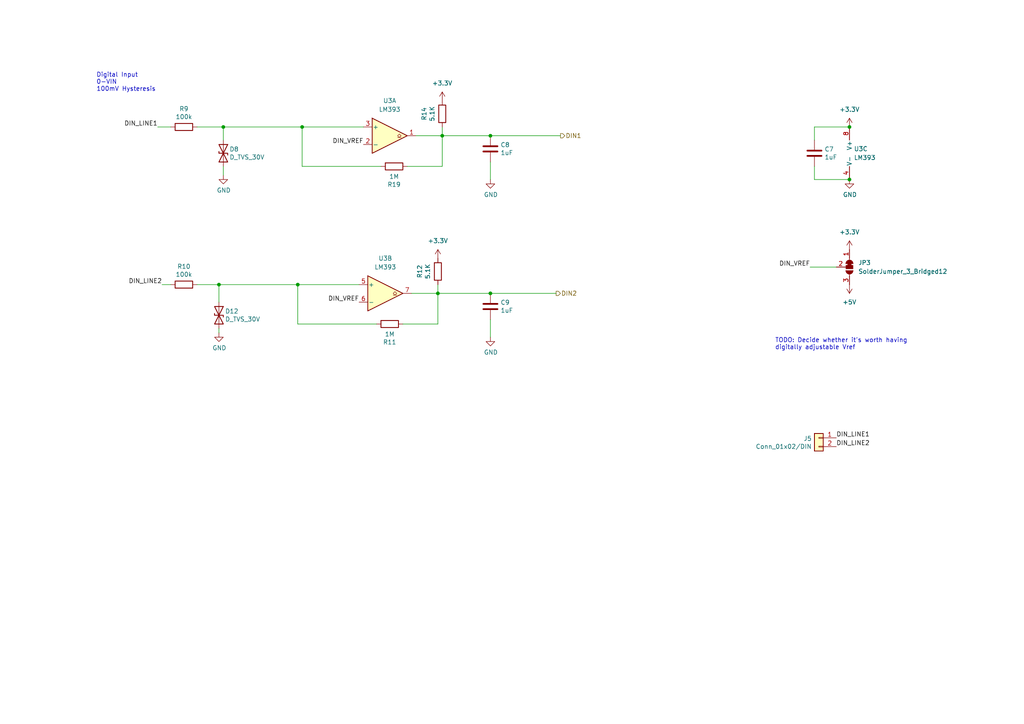
<source format=kicad_sch>
(kicad_sch (version 20230121) (generator eeschema)
  (paper "A4")
  (lib_symbols
    (symbol "Comparator:LM393" (pin_names (offset 0.127))
      (property "Reference" "U" (at 3.81 3.81 0))
      (property "Value" "LM393" (at 6.35 -3.81 0))
      (symbol "LM393_1_1"
        (polyline (pts (xy -5.08 5.08) (xy 5.08 0) (xy -5.08 -5.08) (xy -5.08 5.08)) (stroke (width 0.254)) (fill (type background)))
        (polyline (pts (xy 3.302 -0.508) (xy 2.794 -0.508) (xy 3.302 0) (xy 2.794 0.508) (xy 2.286 0) (xy 2.794 -0.508) (xy 2.286 -0.508)) (stroke (width 0.127)))
        (pin open_collector line (at 7.62 0 180) (length 2.54) (name "~") (number "1"))
        (pin input line (at -7.62 -2.54 0) (length 2.54) (name "-") (number "2"))
        (pin input line (at -7.62 2.54 0) (length 2.54) (name "+") (number "3"))
      )
      (symbol "LM393_2_1"
        (polyline (pts (xy -5.08 5.08) (xy 5.08 0) (xy -5.08 -5.08) (xy -5.08 5.08)) (stroke (width 0.254)) (fill (type background)))
        (polyline (pts (xy 3.302 -0.508) (xy 2.794 -0.508) (xy 3.302 0) (xy 2.794 0.508) (xy 2.286 0) (xy 2.794 -0.508) (xy 2.286 -0.508)) (stroke (width 0.127)))
        (pin input line (at -7.62 2.54 0) (length 2.54) (name "+") (number "5"))
        (pin input line (at -7.62 -2.54 0) (length 2.54) (name "-") (number "6"))
        (pin open_collector line (at 7.62 0 180) (length 2.54) (name "~") (number "7"))
      )
      (symbol "LM393_3_1"
        (pin power_in line (at -2.54 -7.62 90) (length 3.81) (name "V-") (number "4"))
        (pin power_in line (at -2.54 7.62 270) (length 3.81) (name "V+") (number "8"))
      )
    )
    (symbol "Connector_Generic:Conn_01x02" (pin_names (offset 1.016) hide)
      (property "Reference" "J" (at 0 2.54 0))
      (property "Value" "Conn_01x02" (at 0 -5.08 0))
      (symbol "Conn_01x02_1_1"
        (rectangle (start -1.27 -2.413) (end 0 -2.667) (stroke (width 0.1524)))
        (rectangle (start -1.27 0.127) (end 0 -0.127) (stroke (width 0.1524)))
        (rectangle (start -1.27 1.27) (end 1.27 -3.81) (stroke (width 0.254)) (fill (type background)))
        (pin passive line (at -5.08 0 0) (length 3.81) (name "Pin_1") (number "1"))
        (pin passive line (at -5.08 -2.54 0) (length 3.81) (name "Pin_2") (number "2"))
      )
    )
    (symbol "Device:C" (pin_numbers hide) (pin_names (offset 0.254))
      (property "Reference" "C" (at 0.635 2.54 0))
      (property "Value" "C" (at 0.635 -2.54 0))
      (symbol "C_0_1"
        (polyline (pts (xy -2.032 -0.762) (xy 2.032 -0.762)) (stroke (width 0.508)))
        (polyline (pts (xy -2.032 0.762) (xy 2.032 0.762)) (stroke (width 0.508)))
      )
      (symbol "C_1_1"
        (pin passive line (at 0 3.81 270) (length 2.794) (name "~") (number "1"))
        (pin passive line (at 0 -3.81 90) (length 2.794) (name "~") (number "2"))
      )
    )
    (symbol "Device:D_TVS" (pin_numbers hide) (pin_names (offset 1.016) hide)
      (property "Reference" "D" (at 0 2.54 0))
      (property "Value" "D_TVS" (at 0 -2.54 0))
      (symbol "D_TVS_0_1"
        (polyline (pts (xy 1.27 0) (xy -1.27 0)))
        (polyline (pts (xy 0.508 1.27) (xy 0 1.27) (xy 0 -1.27) (xy -0.508 -1.27)) (stroke (width 0.254)))
        (polyline (pts (xy -2.54 1.27) (xy -2.54 -1.27) (xy 2.54 1.27) (xy 2.54 -1.27) (xy -2.54 1.27)) (stroke (width 0.254)))
      )
      (symbol "D_TVS_1_1"
        (pin passive line (at -3.81 0 0) (length 2.54) (name "A1") (number "1"))
        (pin passive line (at 3.81 0 180) (length 2.54) (name "A2") (number "2"))
      )
    )
    (symbol "Device:R" (pin_numbers hide) (pin_names (offset 0))
      (property "Reference" "R" (at 2.032 0 90))
      (property "Value" "R" (at 0 0 90))
      (symbol "R_0_1"
        (rectangle (start -1.016 -2.54) (end 1.016 2.54) (stroke (width 0.254)))
      )
      (symbol "R_1_1"
        (pin passive line (at 0 3.81 270) (length 1.27) (name "~") (number "1"))
        (pin passive line (at 0 -3.81 90) (length 1.27) (name "~") (number "2"))
      )
    )
    (symbol "Jumper:SolderJumper_3_Bridged12" (pin_names (offset 0) hide)
      (property "Reference" "JP" (at -2.54 -2.54 0))
      (property "Value" "SolderJumper_3_Bridged12" (at 0 2.794 0))
      (symbol "SolderJumper_3_Bridged12_0_1"
        (rectangle (start -1.016 0.508) (end -0.508 -0.508) (fill (type outline)))
        (arc (start -1.016 1.016) (mid -2.0276 0) (end -1.016 -1.016))
        (arc (start -1.016 1.016) (mid -2.0276 0) (end -1.016 -1.016) (fill (type outline)))
        (rectangle (start -0.508 1.016) (end 0.508 -1.016) (fill (type outline)))
        (polyline (pts (xy -2.54 0) (xy -2.032 0)))
        (polyline (pts (xy -1.016 1.016) (xy -1.016 -1.016)))
        (polyline (pts (xy 0 -1.27) (xy 0 -1.016)))
        (polyline (pts (xy 1.016 1.016) (xy 1.016 -1.016)))
        (polyline (pts (xy 2.54 0) (xy 2.032 0)))
        (arc (start 1.016 -1.016) (mid 2.0276 0) (end 1.016 1.016))
        (arc (start 1.016 -1.016) (mid 2.0276 0) (end 1.016 1.016) (fill (type outline)))
      )
      (symbol "SolderJumper_3_Bridged12_1_1"
        (pin passive line (at -5.08 0 0) (length 2.54) (name "A") (number "1"))
        (pin passive line (at 0 -3.81 90) (length 2.54) (name "C") (number "2"))
        (pin passive line (at 5.08 0 180) (length 2.54) (name "B") (number "3"))
      )
    )
    (symbol "power:+3.3V" (power) (pin_names (offset 0))
      (property "Value" "+3.3V" (at 0 3.556 0))
      (symbol "+3.3V_0_1"
        (polyline (pts (xy -0.762 1.27) (xy 0 2.54)))
        (polyline (pts (xy 0 0) (xy 0 2.54)))
        (polyline (pts (xy 0 2.54) (xy 0.762 1.27)))
      )
      (symbol "+3.3V_1_1"
        (pin power_in line (at 0 0 90) (length 0) hide (name "+3.3V") (number "1"))
      )
    )
    (symbol "power:+5V" (power) (pin_names (offset 0))
      (property "Value" "+5V" (at 0 3.556 0))
      (symbol "+5V_0_1"
        (polyline (pts (xy -0.762 1.27) (xy 0 2.54)))
        (polyline (pts (xy 0 0) (xy 0 2.54)))
        (polyline (pts (xy 0 2.54) (xy 0.762 1.27)))
      )
      (symbol "+5V_1_1"
        (pin power_in line (at 0 0 90) (length 0) hide (name "+5V") (number "1"))
      )
    )
    (symbol "power:GND" (power) (pin_names (offset 0))
      (property "Value" "GND" (at 0 -3.81 0))
      (symbol "GND_0_1"
        (polyline (pts (xy 0 0) (xy 0 -1.27) (xy 1.27 -1.27) (xy 0 -2.54) (xy -1.27 -1.27) (xy 0 -1.27)))
      )
      (symbol "GND_1_1"
        (pin power_in line (at 0 0 270) (length 0) hide (name "GND") (number "1"))
      )
    )
  )
  (junction (at 63.5 82.55))
  (junction (at 246.38 52.07))
  (junction (at 246.38 36.83))
  (junction (at 142.24 85.09))
  (junction (at 127 85.09))
  (junction (at 86.36 82.55))
  (junction (at 142.24 39.37))
  (junction (at 64.77 36.83))
  (junction (at 128.27 39.37))
  (junction (at 87.63 36.83))
  (wire (pts (xy 86.36 82.55) (xy 104.14 82.55)))
  (wire (pts (xy 236.22 52.07) (xy 246.38 52.07)))
  (wire (pts (xy 46.99 82.55) (xy 49.53 82.55)))
  (wire (pts (xy 87.63 48.26) (xy 87.63 36.83)))
  (wire (pts (xy 63.5 95.25) (xy 63.5 96.52)))
  (wire (pts (xy 128.27 39.37) (xy 142.24 39.37)))
  (wire (pts (xy 234.95 77.47) (xy 242.57 77.47)))
  (wire (pts (xy 236.22 36.83) (xy 246.38 36.83)))
  (wire (pts (xy 86.36 93.98) (xy 86.36 82.55)))
  (wire (pts (xy 127 93.98) (xy 127 85.09)))
  (wire (pts (xy 128.27 48.26) (xy 128.27 39.37)))
  (wire (pts (xy 236.22 40.64) (xy 236.22 36.83)))
  (wire (pts (xy 120.65 39.37) (xy 128.27 39.37)))
  (wire (pts (xy 57.15 82.55) (xy 63.5 82.55)))
  (wire (pts (xy 45.72 36.83) (xy 49.53 36.83)))
  (wire (pts (xy 57.15 36.83) (xy 64.77 36.83)))
  (wire (pts (xy 142.24 85.09) (xy 161.29 85.09)))
  (wire (pts (xy 64.77 36.83) (xy 87.63 36.83)))
  (wire (pts (xy 127 82.55) (xy 127 85.09)))
  (wire (pts (xy 64.77 48.26) (xy 64.77 50.8)))
  (wire (pts (xy 63.5 82.55) (xy 86.36 82.55)))
  (wire (pts (xy 118.11 48.26) (xy 128.27 48.26)))
  (wire (pts (xy 119.38 85.09) (xy 127 85.09)))
  (wire (pts (xy 142.24 46.99) (xy 142.24 52.07)))
  (wire (pts (xy 142.24 92.71) (xy 142.24 97.79)))
  (wire (pts (xy 142.24 39.37) (xy 162.56 39.37)))
  (wire (pts (xy 127 85.09) (xy 142.24 85.09)))
  (wire (pts (xy 116.84 93.98) (xy 127 93.98)))
  (wire (pts (xy 109.22 93.98) (xy 86.36 93.98)))
  (wire (pts (xy 110.49 48.26) (xy 87.63 48.26)))
  (wire (pts (xy 236.22 48.26) (xy 236.22 52.07)))
  (wire (pts (xy 64.77 36.83) (xy 64.77 40.64)))
  (wire (pts (xy 87.63 36.83) (xy 105.41 36.83)))
  (wire (pts (xy 63.5 82.55) (xy 63.5 87.63)))
  (wire (pts (xy 128.27 36.83) (xy 128.27 39.37)))
  (text "TODO: Decide whether it's worth having \ndigitally adjustable Vref" (at 224.79 101.6 0) (effects (font (size 1.27 1.27)) (justify left bottom)))
  (text "Digital Input\n0-VIN\n100mV Hysteresis" (at 27.94 26.67 0) (effects (font (size 1.27 1.27)) (justify left bottom)))
  (label "DIN_VREF" (at 105.41 41.91 180))
  (label "DIN_LINE2" (at 242.57 129.54 0))
  (label "DIN_VREF" (at 104.14 87.63 180))
  (label "DIN_LINE1" (at 242.57 127 0))
  (label "DIN_VREF" (at 234.95 77.47 180))
  (label "DIN_LINE2" (at 46.99 82.55 180))
  (label "DIN_LINE1" (at 45.72 36.83 180))
  (hierarchical_label "DIN1" (shape output) (at 162.56 39.37 0))
  (hierarchical_label "DIN2" (shape output) (at 161.29 85.09 0))
  (symbol (lib_id "power:GND") (at 142.24 97.79 0) (unit 1)
    (property "Reference" "#PWR036" (effects hide))
    (property "Value" "GND" (at 142.367 102.1842 0))
  )
  (symbol (lib_id "power:+3.3V") (at 246.38 36.83 0) (unit 1)
    (property "Reference" "#PWR030" (effects hide))
    (property "Value" "+3.3V" (at 246.38 31.75 0))
  )
  (symbol (lib_id "Device:R") (at 127 78.74 0) (unit 1)
    (property "Reference" "R12" (at 121.7422 78.74 90))
    (property "Value" "5.1K" (at 124.0536 78.74 90))
    (property "Footprint" "Resistor_SMD:R_0603_1608Metric" (effects hide))
    (property "LCSC" "C25803" (effects hide))
    (property "Cost" "0.0011" (effects hide))
    (property "Part" "0603WAF1003T5E" (effects hide))
  )
  (symbol (lib_id "Jumper:SolderJumper_3_Bridged12") (at 246.38 77.47 270) (unit 1)
    (property "Reference" "JP3" (at 248.92 76.2 90) (effects (justify left)))
    (property "Value" "SolderJumper_3_Bridged12" (at 248.92 78.74 90) (effects (justify left)))
    (property "Footprint" "Jumper:SolderJumper-3_P1.3mm_Bridged12_Pad1.0x1.5mm_NumberLabels" (effects hide))
  )
  (symbol (lib_id "power:+3.3V") (at 127 74.93 0) (unit 1)
    (property "Reference" "#PWR035" (effects hide))
    (property "Value" "+3.3V" (at 127 69.85 0))
  )
  (symbol (lib_id "Device:R") (at 53.34 36.83 270) (unit 1)
    (property "Reference" "R9" (at 53.34 31.5722 90))
    (property "Value" "100k" (at 53.34 33.8836 90))
    (property "Footprint" "Resistor_SMD:R_0603_1608Metric" (effects hide))
    (property "LCSC" "C25803" (effects hide))
    (property "Cost" "0.0011" (effects hide))
    (property "Part" "0603WAF1003T5E" (effects hide))
  )
  (symbol (lib_id "Comparator:LM393") (at 111.76 85.09 0) (unit 2)
    (property "Reference" "U3" (at 111.76 74.93 0))
    (property "Value" "LM393" (at 111.76 77.47 0))
    (property "Footprint" "Package_SO:SOP-8_3.9x4.9mm_P1.27mm" (effects hide))
    (property "Datasheet" "http://www.ti.com/lit/ds/symlink/lm393.pdf" (effects hide))
  )
  (symbol (lib_id "Device:C") (at 236.22 44.45 0) (unit 1)
    (property "Reference" "C7" (at 239.141 43.2816 0) (effects (justify left)))
    (property "Value" "1uF" (at 239.141 45.593 0) (effects (justify left)))
    (property "Footprint" "Capacitor_SMD:C_0603_1608Metric" (effects hide))
    (property "LCSC" "C19702" (effects hide))
    (property "Cost" "0.0031" (effects hide))
    (property "Part" "CL10A106KP8NNNC" (effects hide))
  )
  (symbol (lib_id "Device:R") (at 114.3 48.26 90) (unit 1)
    (property "Reference" "R19" (at 114.3 53.5178 90))
    (property "Value" "1M" (at 114.3 51.2064 90))
    (property "Footprint" "Resistor_SMD:R_0603_1608Metric" (effects hide))
    (property "LCSC" "C25803" (effects hide))
    (property "Cost" "0.0011" (effects hide))
    (property "Part" "0603WAF1003T5E" (effects hide))
  )
  (symbol (lib_id "Device:C") (at 142.24 88.9 0) (unit 1)
    (property "Reference" "C9" (at 145.161 87.7316 0) (effects (justify left)))
    (property "Value" "1uF" (at 145.161 90.043 0) (effects (justify left)))
    (property "Footprint" "Capacitor_SMD:C_0603_1608Metric" (effects hide))
    (property "LCSC" "C19702" (effects hide))
    (property "Cost" "0.0031" (effects hide))
    (property "Part" "CL10A106KP8NNNC" (effects hide))
  )
  (symbol (lib_id "Device:C") (at 142.24 43.18 0) (unit 1)
    (property "Reference" "C8" (at 145.161 42.0116 0) (effects (justify left)))
    (property "Value" "1uF" (at 145.161 44.323 0) (effects (justify left)))
    (property "Footprint" "Capacitor_SMD:C_0603_1608Metric" (effects hide))
    (property "LCSC" "C19702" (effects hide))
    (property "Cost" "0.0031" (effects hide))
    (property "Part" "CL10A106KP8NNNC" (effects hide))
  )
  (symbol (lib_id "power:GND") (at 63.5 96.52 0) (unit 1)
    (property "Reference" "#PWR034" (effects hide))
    (property "Value" "GND" (at 63.627 100.9142 0))
  )
  (symbol (lib_id "power:+3.3V") (at 128.27 29.21 0) (unit 1)
    (property "Reference" "#PWR038" (effects hide))
    (property "Value" "+3.3V" (at 128.27 24.13 0))
  )
  (symbol (lib_id "Connector_Generic:Conn_01x02") (at 237.49 127 0) (mirror y) (unit 1)
    (property "Reference" "J5" (at 235.458 127.2032 0) (effects (justify left)))
    (property "Value" "Conn_01x02/DIN" (at 235.458 129.5146 0) (effects (justify left)))
    (property "Footprint" "TerminalBlock:TerminalBlock_Altech_AK300-2_P5.00mm" (effects hide))
    (property "LCSC" "C145961" (effects hide))
    (property "Cost" "0.0552" (effects hide))
    (property "Part" "C145961" (effects hide))
    (instances (project "i2c" (path "" (reference "J5") (unit 1))) (project "esp32-multitool" (path "" (reference "J3") (unit 1)) (path "" (reference "J6") (unit 1))))
  )
  (symbol (lib_id "Comparator:LM393") (at 113.03 39.37 0) (unit 1)
    (property "Reference" "U3" (at 113.03 29.21 0))
    (property "Value" "LM393" (at 113.03 31.75 0))
    (property "Footprint" "Package_SO:SOP-8_3.9x4.9mm_P1.27mm" (effects hide))
    (property "Datasheet" "http://www.ti.com/lit/ds/symlink/lm393.pdf" (effects hide))
  )
  (symbol (lib_id "Device:D_TVS") (at 64.77 44.45 270) (unit 1)
    (property "Reference" "D8" (at 66.548 43.2816 90) (effects (justify left)))
    (property "Value" "D_TVS_30V" (at 66.548 45.593 90) (effects (justify left)))
    (property "Footprint" "Diode_SMD:D_SMB" (effects hide))
    (property "LCSC" "C8598" (effects hide))
    (property "Part" "B5819W SL" (effects hide))
    (property "Cost" "0.0297" (effects hide))
  )
  (symbol (lib_id "Device:D_TVS") (at 63.5 91.44 270) (unit 1)
    (property "Reference" "D12" (at 65.278 90.2716 90) (effects (justify left)))
    (property "Value" "D_TVS_30V" (at 65.278 92.583 90) (effects (justify left)))
    (property "Footprint" "Diode_SMD:D_SMB" (effects hide))
    (property "LCSC" "C8598" (effects hide))
    (property "Part" "B5819W SL" (effects hide))
    (property "Cost" "0.0297" (effects hide))
  )
  (symbol (lib_id "power:+5V") (at 246.38 82.55 180) (unit 1)
    (property "Reference" "#PWR049" (effects hide))
    (property "Value" "+5V" (at 246.38 87.63 0))
  )
  (symbol (lib_id "power:+3.3V") (at 246.38 72.39 0) (unit 1)
    (property "Reference" "#PWR033" (effects hide))
    (property "Value" "+3.3V" (at 246.38 67.31 0))
  )
  (symbol (lib_id "Device:R") (at 128.27 33.02 0) (unit 1)
    (property "Reference" "R14" (at 123.0122 33.02 90))
    (property "Value" "5.1K" (at 125.3236 33.02 90))
    (property "Footprint" "Resistor_SMD:R_0603_1608Metric" (effects hide))
    (property "LCSC" "C25803" (effects hide))
    (property "Cost" "0.0011" (effects hide))
    (property "Part" "0603WAF1003T5E" (effects hide))
  )
  (symbol (lib_id "power:GND") (at 246.38 52.07 0) (unit 1)
    (property "Reference" "#PWR032" (effects hide))
    (property "Value" "GND" (at 246.507 56.4642 0))
  )
  (symbol (lib_id "Comparator:LM393") (at 248.92 44.45 0) (unit 3)
    (property "Reference" "U3" (at 247.65 43.18 0) (effects (justify left)))
    (property "Value" "LM393" (at 247.65 45.72 0) (effects (justify left)))
    (property "Footprint" "Package_SO:SOP-8_3.9x4.9mm_P1.27mm" (effects hide))
    (property "Datasheet" "http://www.ti.com/lit/ds/symlink/lm393.pdf" (effects hide))
  )
  (symbol (lib_id "power:GND") (at 64.77 50.8 0) (unit 1)
    (property "Reference" "#PWR031" (effects hide))
    (property "Value" "GND" (at 64.897 55.1942 0))
  )
  (symbol (lib_id "power:GND") (at 142.24 52.07 0) (unit 1)
    (property "Reference" "#PWR037" (effects hide))
    (property "Value" "GND" (at 142.367 56.4642 0))
  )
  (symbol (lib_id "Device:R") (at 53.34 82.55 270) (unit 1)
    (property "Reference" "R10" (at 53.34 77.2922 90))
    (property "Value" "100k" (at 53.34 79.6036 90))
    (property "Footprint" "Resistor_SMD:R_0603_1608Metric" (effects hide))
    (property "LCSC" "C25803" (effects hide))
    (property "Cost" "0.0011" (effects hide))
    (property "Part" "0603WAF1003T5E" (effects hide))
  )
  (symbol (lib_id "Device:R") (at 113.03 93.98 90) (unit 1)
    (property "Reference" "R11" (at 113.03 99.2378 90))
    (property "Value" "1M" (at 113.03 96.9264 90))
    (property "Footprint" "Resistor_SMD:R_0603_1608Metric" (effects hide))
    (property "LCSC" "C25803" (effects hide))
    (property "Cost" "0.0011" (effects hide))
    (property "Part" "0603WAF1003T5E" (effects hide))
  )
)
</source>
